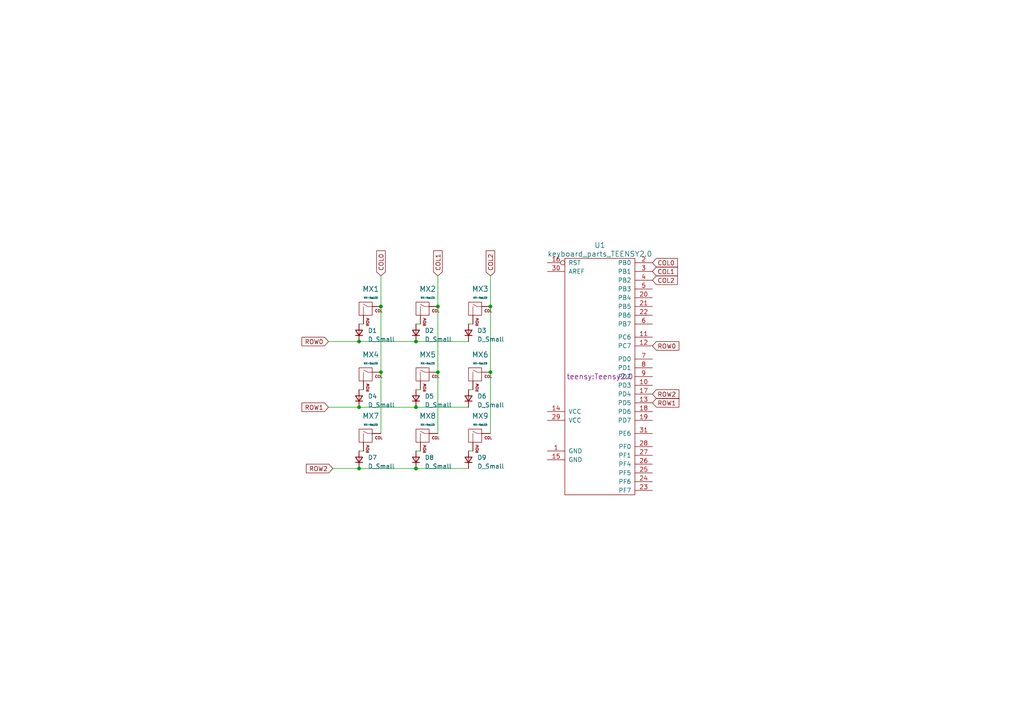
<source format=kicad_sch>
(kicad_sch (version 20221004) (generator eeschema)
  (paper "A4")
  (lib_symbols
    (symbol "Device:D_Small" (pin_numbers hide) (pin_names (offset 0.254) hide)
      (property "Reference" "D" (at -1.27 2.032 0))
      (property "Value" "D_Small" (at -3.81 -2.032 0))
      (symbol "D_Small_0_1"
        (polyline (pts (xy -0.762 -1.016) (xy -0.762 1.016)) (stroke (width 0.254)))
        (polyline (pts (xy -0.762 0) (xy 0.762 0)))
        (polyline (pts (xy 0.762 -1.016) (xy -0.762 0) (xy 0.762 1.016) (xy 0.762 -1.016)) (stroke (width 0.254)))
      )
      (symbol "D_Small_1_1"
        (pin passive line (at -2.54 0 0) (length 1.778) (name "K") (number "1"))
        (pin passive line (at 2.54 0 180) (length 1.778) (name "A") (number "2"))
      )
    )
    (symbol "MX_Alps_Hybrid:MX-NoLED" (pin_names (offset 1.016))
      (property "Reference" "MX" (at -0.635 3.81 0))
      (property "Value" "MX-NoLED" (at -0.635 1.27 0))
      (symbol "MX-NoLED_0_0"
        (rectangle (start -2.54 2.54) (end 1.27 -1.27))
        (polyline (pts (xy -1.27 -1.27) (xy -1.27 1.27)) (stroke (width 0.127)))
        (polyline (pts (xy 1.27 1.27) (xy 0 1.27) (xy -1.27 1.905)) (stroke (width 0.127)))
        (text "COL" (at 3.175 0 0) (effects (font (size 0.762 0.762))))
        (text "ROW" (at 0 -1.905 900) (effects (font (size 0.762 0.762)) (justify right)))
      )
      (symbol "MX-NoLED_1_1"
        (pin passive line (at 3.81 1.27 180) (length 2.54) (name "COL") (number "1"))
        (pin passive line (at -1.27 -3.81 90) (length 2.54) (name "ROW") (number "2"))
      )
    )
    (symbol "TEENSY 2.0:keyboard_parts_TEENSY2.0" (pin_names (offset 1.016))
      (property "Reference" "U" (at 1.27 0 90))
      (property "Value" "keyboard_parts_TEENSY2.0" (at -1.27 0 90))
      (symbol "keyboard_parts_TEENSY2.0_0_1"
        (rectangle (start -10.16 34.29) (end 10.16 -34.29))
      )
      (symbol "keyboard_parts_TEENSY2.0_1_1"
        (pin power_out line (at -15.24 -21.59 0) (length 5.08) (name "GND") (number "1"))
        (pin bidirectional line (at 15.24 -2.54 180) (length 5.08) (name "PD3") (number "10"))
        (pin bidirectional line (at 15.24 11.43 180) (length 5.08) (name "PC6") (number "11"))
        (pin bidirectional line (at 15.24 8.89 180) (length 5.08) (name "PC7") (number "12"))
        (pin bidirectional line (at 15.24 -7.62 180) (length 5.08) (name "PD5") (number "13"))
        (pin power_out line (at -15.24 -10.16 0) (length 5.08) (name "VCC") (number "14"))
        (pin power_out line (at -15.24 -24.13 0) (length 5.08) (name "GND") (number "15"))
        (pin input inverted (at -15.24 33.02 0) (length 5.08) (name "RST") (number "16"))
        (pin bidirectional line (at 15.24 -5.08 180) (length 5.08) (name "PD4") (number "17"))
        (pin bidirectional line (at 15.24 -10.16 180) (length 5.08) (name "PD6") (number "18"))
        (pin bidirectional line (at 15.24 -12.7 180) (length 5.08) (name "PD7") (number "19"))
        (pin bidirectional line (at 15.24 33.02 180) (length 5.08) (name "PB0") (number "2"))
        (pin bidirectional line (at 15.24 22.86 180) (length 5.08) (name "PB4") (number "20"))
        (pin bidirectional line (at 15.24 20.32 180) (length 5.08) (name "PB5") (number "21"))
        (pin bidirectional line (at 15.24 17.78 180) (length 5.08) (name "PB6") (number "22"))
        (pin bidirectional line (at 15.24 -33.02 180) (length 5.08) (name "PF7") (number "23"))
        (pin bidirectional line (at 15.24 -30.48 180) (length 5.08) (name "PF6") (number "24"))
        (pin bidirectional line (at 15.24 -27.94 180) (length 5.08) (name "PF5") (number "25"))
        (pin bidirectional line (at 15.24 -25.4 180) (length 5.08) (name "PF4") (number "26"))
        (pin bidirectional line (at 15.24 -22.86 180) (length 5.08) (name "PF1") (number "27"))
        (pin bidirectional line (at 15.24 -20.32 180) (length 5.08) (name "PF0") (number "28"))
        (pin power_out line (at -15.24 -12.7 0) (length 5.08) (name "VCC") (number "29"))
        (pin bidirectional line (at 15.24 30.48 180) (length 5.08) (name "PB1") (number "3"))
        (pin input line (at -15.24 30.48 0) (length 5.08) (name "AREF") (number "30"))
        (pin bidirectional line (at 15.24 -16.51 180) (length 5.08) (name "PE6") (number "31"))
        (pin bidirectional line (at 15.24 27.94 180) (length 5.08) (name "PB2") (number "4"))
        (pin bidirectional line (at 15.24 25.4 180) (length 5.08) (name "PB3") (number "5"))
        (pin bidirectional line (at 15.24 15.24 180) (length 5.08) (name "PB7") (number "6"))
        (pin bidirectional line (at 15.24 5.08 180) (length 5.08) (name "PD0") (number "7"))
        (pin bidirectional line (at 15.24 2.54 180) (length 5.08) (name "PD1") (number "8"))
        (pin bidirectional line (at 15.24 0 180) (length 5.08) (name "PD2") (number "9"))
      )
    )
  )
  (junction (at 120.65 99.06))
  (junction (at 104.14 118.11))
  (junction (at 120.65 135.89))
  (junction (at 104.14 135.89))
  (junction (at 110.49 88.9))
  (junction (at 127 107.95))
  (junction (at 120.65 118.11))
  (junction (at 142.24 88.9))
  (junction (at 110.49 107.95))
  (junction (at 104.14 99.06))
  (junction (at 127 88.9))
  (junction (at 142.24 107.95))
  (wire (pts (xy 120.65 113.03) (xy 121.92 113.03)))
  (wire (pts (xy 135.89 93.98) (xy 137.16 93.98)))
  (wire (pts (xy 110.49 80.01) (xy 110.49 88.9)))
  (wire (pts (xy 96.52 135.89) (xy 104.14 135.89)))
  (wire (pts (xy 120.65 99.06) (xy 135.89 99.06)))
  (wire (pts (xy 95.25 99.06) (xy 104.14 99.06)))
  (wire (pts (xy 142.24 107.95) (xy 142.24 125.73)))
  (wire (pts (xy 135.89 130.81) (xy 137.16 130.81)))
  (wire (pts (xy 110.49 107.95) (xy 110.49 125.73)))
  (wire (pts (xy 135.89 113.03) (xy 137.16 113.03)))
  (wire (pts (xy 120.65 93.98) (xy 121.92 93.98)))
  (wire (pts (xy 142.24 88.9) (xy 142.24 107.95)))
  (wire (pts (xy 104.14 93.98) (xy 105.41 93.98)))
  (wire (pts (xy 104.14 113.03) (xy 105.41 113.03)))
  (wire (pts (xy 120.65 118.11) (xy 135.89 118.11)))
  (wire (pts (xy 104.14 99.06) (xy 120.65 99.06)))
  (wire (pts (xy 120.65 130.81) (xy 121.92 130.81)))
  (wire (pts (xy 120.65 135.89) (xy 135.89 135.89)))
  (wire (pts (xy 104.14 118.11) (xy 120.65 118.11)))
  (wire (pts (xy 127 80.01) (xy 127 88.9)))
  (wire (pts (xy 104.14 130.81) (xy 105.41 130.81)))
  (wire (pts (xy 104.14 135.89) (xy 120.65 135.89)))
  (wire (pts (xy 127 107.95) (xy 127 125.73)))
  (wire (pts (xy 142.24 80.01) (xy 142.24 88.9)))
  (wire (pts (xy 95.25 118.11) (xy 104.14 118.11)))
  (wire (pts (xy 127 88.9) (xy 127 107.95)))
  (wire (pts (xy 110.49 88.9) (xy 110.49 107.95)))
  (global_label "COL0" (shape input) (at 189.23 76.2 0) (property "Intersheetrefs" "${INTERSHEET_REFS}" (effects hide)))
  (global_label "ROW1" (shape input) (at 189.23 116.84 0) (property "Intersheetrefs" "${INTERSHEET_REFS}" (effects hide)))
  (global_label "ROW1" (shape input) (at 95.25 118.11 180) (property "Intersheetrefs" "${INTERSHEET_REFS}" (effects hide)))
  (global_label "ROW0" (shape input) (at 95.25 99.06 180) (property "Intersheetrefs" "${INTERSHEET_REFS}" (effects hide)))
  (global_label "COL1" (shape input) (at 189.23 78.74 0) (property "Intersheetrefs" "${INTERSHEET_REFS}" (effects hide)))
  (global_label "COL2" (shape input) (at 189.23 81.28 0) (property "Intersheetrefs" "${INTERSHEET_REFS}" (effects hide)))
  (global_label "ROW2" (shape input) (at 189.23 114.3 0) (property "Intersheetrefs" "${INTERSHEET_REFS}" (effects hide)))
  (global_label "COL2" (shape input) (at 142.24 80.01 90) (property "Intersheetrefs" "${INTERSHEET_REFS}" (effects hide)))
  (global_label "ROW0" (shape input) (at 189.23 100.33 0) (property "Intersheetrefs" "${INTERSHEET_REFS}" (effects hide)))
  (global_label "ROW2" (shape input) (at 96.52 135.89 180) (property "Intersheetrefs" "${INTERSHEET_REFS}" (effects hide)))
  (global_label "COL1" (shape input) (at 127 80.01 90) (property "Intersheetrefs" "${INTERSHEET_REFS}" (effects hide)))
  (global_label "COL0" (shape input) (at 110.49 80.01 90) (property "Intersheetrefs" "${INTERSHEET_REFS}" (effects hide)))
  (symbol (lib_id "TEENSY 2.0:keyboard_parts_TEENSY2.0") (at 173.99 109.22 0) (unit 1)
    (property "Reference" "U1" (at 173.99 71.12 0) (effects (font (size 1.524 1.524))))
    (property "Value" "keyboard_parts_TEENSY2.0" (at 173.99 73.66 0) (effects (font (size 1.524 1.524))))
    (property "Footprint" "teensy:Teensy2.0" (at 173.99 109.22 0) (effects (font (size 1.524 1.524))))
  )
  (symbol (lib_id "MX_Alps_Hybrid:MX-NoLED") (at 106.68 127 0) (unit 1)
    (property "Reference" "MX7" (at 107.5394 120.65 0) (effects (font (size 1.524 1.524))))
    (property "Value" "MX-NoLED" (at 107.5394 123.19 0) (effects (font (size 0.508 0.508))))
    (property "Footprint" "MX_Alps_Hybrid:MX-1U-NoLED" (effects hide))
  )
  (symbol (lib_id "MX_Alps_Hybrid:MX-NoLED") (at 123.19 90.17 0) (unit 1)
    (property "Reference" "MX2" (at 124.0494 83.82 0) (effects (font (size 1.524 1.524))))
    (property "Value" "MX-NoLED" (at 124.0494 86.36 0) (effects (font (size 0.508 0.508))))
    (property "Footprint" "MX_Alps_Hybrid:MX-1U-NoLED" (effects hide))
  )
  (symbol (lib_id "Device:D_Small") (at 135.89 133.35 90) (unit 1)
    (property "Reference" "D9" (at 138.43 132.715 90) (effects (justify right)))
    (property "Value" "D_Small" (at 138.43 135.255 90) (effects (justify right)))
    (property "Footprint" "Diode_SMD:D_SOD-123" (effects hide))
  )
  (symbol (lib_id "Device:D_Small") (at 104.14 96.52 90) (unit 1)
    (property "Reference" "D1" (at 106.68 95.885 90) (effects (justify right)))
    (property "Value" "D_Small" (at 106.68 98.425 90) (effects (justify right)))
    (property "Footprint" "Diode_SMD:D_SOD-123" (effects hide))
  )
  (symbol (lib_id "MX_Alps_Hybrid:MX-NoLED") (at 123.19 109.22 0) (unit 1)
    (property "Reference" "MX5" (at 124.0494 102.87 0) (effects (font (size 1.524 1.524))))
    (property "Value" "MX-NoLED" (at 124.0494 105.41 0) (effects (font (size 0.508 0.508))))
    (property "Footprint" "MX_Alps_Hybrid:MX-1U-NoLED" (effects hide))
  )
  (symbol (lib_id "Device:D_Small") (at 120.65 133.35 90) (unit 1)
    (property "Reference" "D8" (at 123.19 132.715 90) (effects (justify right)))
    (property "Value" "D_Small" (at 123.19 135.255 90) (effects (justify right)))
    (property "Footprint" "Diode_SMD:D_SOD-123" (effects hide))
  )
  (symbol (lib_id "Device:D_Small") (at 104.14 115.57 90) (unit 1)
    (property "Reference" "D4" (at 106.68 114.935 90) (effects (justify right)))
    (property "Value" "D_Small" (at 106.68 117.475 90) (effects (justify right)))
    (property "Footprint" "Diode_SMD:D_SOD-123" (effects hide))
  )
  (symbol (lib_id "MX_Alps_Hybrid:MX-NoLED") (at 138.43 109.22 0) (unit 1)
    (property "Reference" "MX6" (at 139.2894 102.87 0) (effects (font (size 1.524 1.524))))
    (property "Value" "MX-NoLED" (at 139.2894 105.41 0) (effects (font (size 0.508 0.508))))
    (property "Footprint" "MX_Alps_Hybrid:MX-1U-NoLED" (effects hide))
  )
  (symbol (lib_id "Device:D_Small") (at 135.89 115.57 90) (unit 1)
    (property "Reference" "D6" (at 138.43 114.935 90) (effects (justify right)))
    (property "Value" "D_Small" (at 138.43 117.475 90) (effects (justify right)))
    (property "Footprint" "Diode_SMD:D_SOD-123" (effects hide))
  )
  (symbol (lib_id "Device:D_Small") (at 120.65 96.52 90) (unit 1)
    (property "Reference" "D2" (at 123.19 95.885 90) (effects (justify right)))
    (property "Value" "D_Small" (at 123.19 98.425 90) (effects (justify right)))
    (property "Footprint" "Diode_SMD:D_SOD-123" (effects hide))
  )
  (symbol (lib_id "MX_Alps_Hybrid:MX-NoLED") (at 138.43 90.17 0) (unit 1)
    (property "Reference" "MX3" (at 139.2894 83.82 0) (effects (font (size 1.524 1.524))))
    (property "Value" "MX-NoLED" (at 139.2894 86.36 0) (effects (font (size 0.508 0.508))))
    (property "Footprint" "MX_Alps_Hybrid:MX-1U-NoLED" (effects hide))
  )
  (symbol (lib_id "MX_Alps_Hybrid:MX-NoLED") (at 138.43 127 0) (unit 1)
    (property "Reference" "MX9" (at 139.2894 120.65 0) (effects (font (size 1.524 1.524))))
    (property "Value" "MX-NoLED" (at 139.2894 123.19 0) (effects (font (size 0.508 0.508))))
    (property "Footprint" "MX_Alps_Hybrid:MX-1U-NoLED" (effects hide))
  )
  (symbol (lib_id "Device:D_Small") (at 104.14 133.35 90) (unit 1)
    (property "Reference" "D7" (at 106.68 132.715 90) (effects (justify right)))
    (property "Value" "D_Small" (at 106.68 135.255 90) (effects (justify right)))
    (property "Footprint" "Diode_SMD:D_SOD-123" (effects hide))
  )
  (symbol (lib_id "MX_Alps_Hybrid:MX-NoLED") (at 123.19 127 0) (unit 1)
    (property "Reference" "MX8" (at 124.0494 120.65 0) (effects (font (size 1.524 1.524))))
    (property "Value" "MX-NoLED" (at 124.0494 123.19 0) (effects (font (size 0.508 0.508))))
    (property "Footprint" "MX_Alps_Hybrid:MX-1U-NoLED" (effects hide))
  )
  (symbol (lib_id "Device:D_Small") (at 135.89 96.52 90) (unit 1)
    (property "Reference" "D3" (at 138.43 95.885 90) (effects (justify right)))
    (property "Value" "D_Small" (at 138.43 98.425 90) (effects (justify right)))
    (property "Footprint" "Diode_SMD:D_SOD-123" (effects hide))
  )
  (symbol (lib_id "Device:D_Small") (at 120.65 115.57 90) (unit 1)
    (property "Reference" "D5" (at 123.19 114.935 90) (effects (justify right)))
    (property "Value" "D_Small" (at 123.19 117.475 90) (effects (justify right)))
    (property "Footprint" "Diode_SMD:D_SOD-123" (effects hide))
  )
  (symbol (lib_id "MX_Alps_Hybrid:MX-NoLED") (at 106.68 109.22 0) (unit 1)
    (property "Reference" "MX4" (at 107.5394 102.87 0) (effects (font (size 1.524 1.524))))
    (property "Value" "MX-NoLED" (at 107.5394 105.41 0) (effects (font (size 0.508 0.508))))
    (property "Footprint" "MX_Alps_Hybrid:MX-1U-NoLED" (effects hide))
  )
  (symbol (lib_id "MX_Alps_Hybrid:MX-NoLED") (at 106.68 90.17 0) (unit 1)
    (property "Reference" "MX1" (at 107.5394 83.82 0) (effects (font (size 1.524 1.524))))
    (property "Value" "MX-NoLED" (at 107.5394 86.36 0) (effects (font (size 0.508 0.508))))
    (property "Footprint" "MX_Alps_Hybrid:MX-1U-NoLED" (effects hide))
  )
)
</source>
